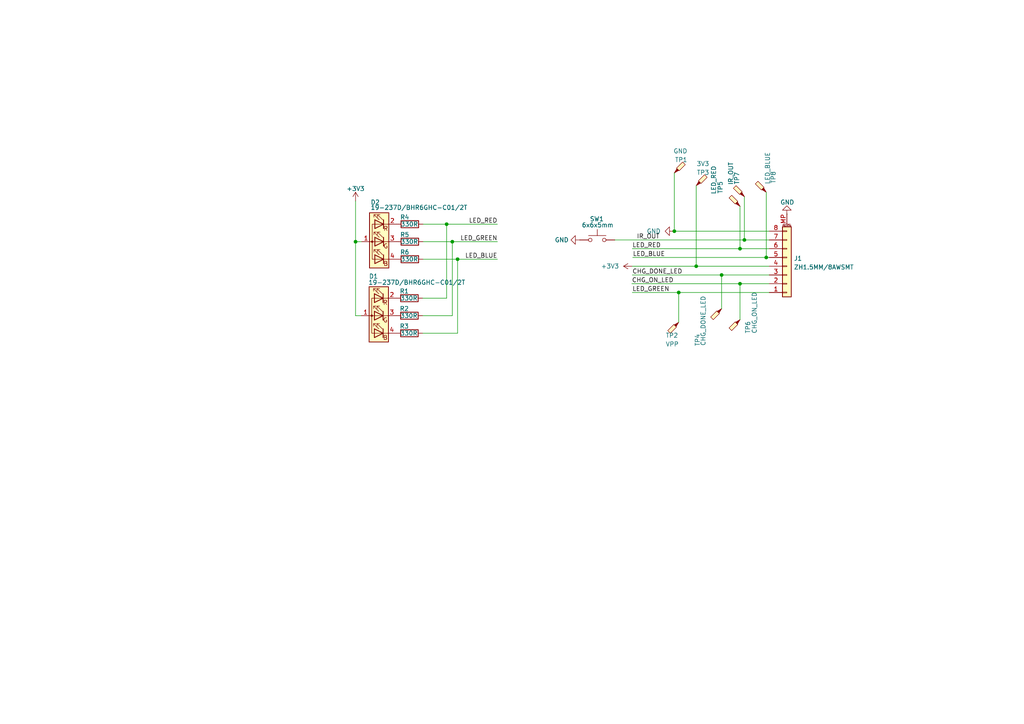
<source format=kicad_sch>
(kicad_sch (version 20230121) (generator eeschema)
  (paper "A4")
  (title_block (title "ECS-01-Switch") (date "2022-09-13") (rev "V0.1") (company "Timye"))
  (lib_symbols
    (symbol "Connector:TestPoint_Probe" (pin_numbers hide) (pin_names (offset 0.762) hide)
      (property "Reference" "TP" (at 1.651 5.842 0))
      (property "Value" "TestPoint_Probe" (at 1.651 4.064 0))
      (symbol "TestPoint_Probe_0_1"
        (polyline (pts (xy 1.27 0.762) (xy 0 0) (xy 0.762 1.27) (xy 1.27 0.762)) (fill (type outline)))
        (polyline (pts (xy 1.397 0.635) (xy 0.635 1.397) (xy 2.413 3.175) (xy 3.175 2.413) (xy 1.397 0.635)) (fill (type background)))
      )
      (symbol "TestPoint_Probe_1_1"
        (pin passive line (at 0 0 90) (length 0) (name "1") (number "1"))
      )
    )
    (symbol "Connector_Generic_MountingPin:Conn_01x08_MountingPin" (pin_names (offset 1.016) hide)
      (property "Reference" "J" (at 0 10.16 0))
      (property "Value" "Conn_01x08_MountingPin" (at 1.27 -12.7 0))
      (symbol "Conn_01x08_MountingPin_1_1"
        (rectangle (start -1.27 -10.033) (end 0 -10.287) (stroke (width 0.1524)))
        (rectangle (start -1.27 -7.493) (end 0 -7.747) (stroke (width 0.1524)))
        (rectangle (start -1.27 -4.953) (end 0 -5.207) (stroke (width 0.1524)))
        (rectangle (start -1.27 -2.413) (end 0 -2.667) (stroke (width 0.1524)))
        (rectangle (start -1.27 0.127) (end 0 -0.127) (stroke (width 0.1524)))
        (rectangle (start -1.27 2.667) (end 0 2.413) (stroke (width 0.1524)))
        (rectangle (start -1.27 5.207) (end 0 4.953) (stroke (width 0.1524)))
        (rectangle (start -1.27 7.747) (end 0 7.493) (stroke (width 0.1524)))
        (rectangle (start -1.27 8.89) (end 1.27 -11.43) (stroke (width 0.254)) (fill (type background)))
        (polyline (pts (xy -1.016 -12.192) (xy 1.016 -12.192)) (stroke (width 0.1524)))
        (text "Mounting" (at 0 -11.811 0) (effects (font (size 0.381 0.381))))
        (pin passive line (at -5.08 7.62 0) (length 3.81) (name "Pin_1") (number "1"))
        (pin passive line (at -5.08 5.08 0) (length 3.81) (name "Pin_2") (number "2"))
        (pin passive line (at -5.08 2.54 0) (length 3.81) (name "Pin_3") (number "3"))
        (pin passive line (at -5.08 0 0) (length 3.81) (name "Pin_4") (number "4"))
        (pin passive line (at -5.08 -2.54 0) (length 3.81) (name "Pin_5") (number "5"))
        (pin passive line (at -5.08 -5.08 0) (length 3.81) (name "Pin_6") (number "6"))
        (pin passive line (at -5.08 -7.62 0) (length 3.81) (name "Pin_7") (number "7"))
        (pin passive line (at -5.08 -10.16 0) (length 3.81) (name "Pin_8") (number "8"))
        (pin passive line (at 0 -15.24 90) (length 3.048) (name "MountPin") (number "MP"))
      )
    )
    (symbol "Device:LED_ARGB" (pin_names (offset 0) hide)
      (property "Reference" "D" (at 0 9.398 0))
      (property "Value" "LED_ARGB" (at 0 -8.89 0))
      (symbol "LED_ARGB_0_0"
        (text "B" (at -1.905 -6.35 0) (effects (font (size 1.27 1.27))))
        (text "G" (at -1.905 -1.27 0) (effects (font (size 1.27 1.27))))
        (text "R" (at -1.905 3.81 0) (effects (font (size 1.27 1.27))))
      )
      (symbol "LED_ARGB_0_1"
        (polyline (pts (xy -1.27 -5.08) (xy -2.54 -5.08)))
        (polyline (pts (xy -1.27 -5.08) (xy 1.27 -5.08)))
        (polyline (pts (xy -1.27 -3.81) (xy -1.27 -6.35)) (stroke (width 0.254)))
        (polyline (pts (xy -1.27 0) (xy -2.54 0)))
        (polyline (pts (xy -1.27 1.27) (xy -1.27 -1.27)) (stroke (width 0.254)))
        (polyline (pts (xy -1.27 5.08) (xy -2.54 5.08)))
        (polyline (pts (xy -1.27 5.08) (xy 1.27 5.08)))
        (polyline (pts (xy -1.27 6.35) (xy -1.27 3.81)) (stroke (width 0.254)))
        (polyline (pts (xy 1.27 0) (xy -1.27 0)))
        (polyline (pts (xy 1.27 0) (xy 2.54 0)))
        (polyline (pts (xy -1.27 1.27) (xy -1.27 -1.27) (xy -1.27 -1.27)))
        (polyline (pts (xy -1.27 6.35) (xy -1.27 3.81) (xy -1.27 3.81)))
        (polyline (pts (xy 1.27 -5.08) (xy 2.032 -5.08) (xy 2.032 5.08) (xy 1.27 5.08)))
        (polyline (pts (xy 1.27 -3.81) (xy 1.27 -6.35) (xy -1.27 -5.08) (xy 1.27 -3.81)) (stroke (width 0.254)))
        (polyline (pts (xy 1.27 1.27) (xy 1.27 -1.27) (xy -1.27 0) (xy 1.27 1.27)) (stroke (width 0.254)))
        (polyline (pts (xy 1.27 6.35) (xy 1.27 3.81) (xy -1.27 5.08) (xy 1.27 6.35)) (stroke (width 0.254)))
        (polyline (pts (xy -1.016 -3.81) (xy 0.508 -2.286) (xy -0.254 -2.286) (xy 0.508 -2.286) (xy 0.508 -3.048)))
        (polyline (pts (xy -1.016 1.27) (xy 0.508 2.794) (xy -0.254 2.794) (xy 0.508 2.794) (xy 0.508 2.032)))
        (polyline (pts (xy -1.016 6.35) (xy 0.508 7.874) (xy -0.254 7.874) (xy 0.508 7.874) (xy 0.508 7.112)))
        (polyline (pts (xy 0 -3.81) (xy 1.524 -2.286) (xy 0.762 -2.286) (xy 1.524 -2.286) (xy 1.524 -3.048)))
        (polyline (pts (xy 0 1.27) (xy 1.524 2.794) (xy 0.762 2.794) (xy 1.524 2.794) (xy 1.524 2.032)))
        (polyline (pts (xy 0 6.35) (xy 1.524 7.874) (xy 0.762 7.874) (xy 1.524 7.874) (xy 1.524 7.112)))
        (rectangle (start 1.27 -1.27) (end 1.27 1.27))
        (rectangle (start 1.27 1.27) (end 1.27 1.27))
        (rectangle (start 1.27 3.81) (end 1.27 6.35))
        (rectangle (start 1.27 6.35) (end 1.27 6.35))
        (circle (center 2.032 0) (radius 0.254) (fill (type outline)))
        (rectangle (start 2.794 8.382) (end -2.794 -7.62) (stroke (width 0.254)) (fill (type background)))
      )
      (symbol "LED_ARGB_1_1"
        (pin passive line (at 5.08 0 180) (length 2.54) (name "A") (number "1"))
        (pin passive line (at -5.08 5.08 0) (length 2.54) (name "RK") (number "2"))
        (pin passive line (at -5.08 0 0) (length 2.54) (name "GK") (number "3"))
        (pin passive line (at -5.08 -5.08 0) (length 2.54) (name "BK") (number "4"))
      )
    )
    (symbol "Device:R" (pin_numbers hide) (pin_names (offset 0))
      (property "Reference" "R" (at 2.032 0 90))
      (property "Value" "R" (at 0 0 90))
      (symbol "R_0_1"
        (rectangle (start -1.016 -2.54) (end 1.016 2.54) (stroke (width 0.254)))
      )
      (symbol "R_1_1"
        (pin passive line (at 0 3.81 270) (length 1.27) (name "~") (number "1"))
        (pin passive line (at 0 -3.81 90) (length 1.27) (name "~") (number "2"))
      )
    )
    (symbol "Switch:SW_Push" (pin_numbers hide) (pin_names (offset 1.016) hide)
      (property "Reference" "SW" (at 1.27 2.54 0))
      (property "Value" "SW_Push" (at 0 -1.524 0))
      (symbol "SW_Push_0_1"
        (circle (center -2.032 0) (radius 0.508))
        (polyline (pts (xy 0 1.27) (xy 0 3.048)))
        (polyline (pts (xy 2.54 1.27) (xy -2.54 1.27)))
        (circle (center 2.032 0) (radius 0.508))
        (pin passive line (at -5.08 0 0) (length 2.54) (name "1") (number "1"))
        (pin passive line (at 5.08 0 180) (length 2.54) (name "2") (number "2"))
      )
    )
    (symbol "power:+3V3" (power) (pin_names (offset 0))
      (property "Value" "+3V3" (at 0 3.556 0))
      (symbol "+3V3_0_1"
        (polyline (pts (xy -0.762 1.27) (xy 0 2.54)))
        (polyline (pts (xy 0 0) (xy 0 2.54)))
        (polyline (pts (xy 0 2.54) (xy 0.762 1.27)))
      )
      (symbol "+3V3_1_1"
        (pin power_in line (at 0 0 90) (length 0) hide (name "+3V3") (number "1"))
      )
    )
    (symbol "power:GND" (power) (pin_names (offset 0))
      (property "Value" "GND" (at 0 -3.81 0))
      (symbol "GND_0_1"
        (polyline (pts (xy 0 0) (xy 0 -1.27) (xy 1.27 -1.27) (xy 0 -2.54) (xy -1.27 -1.27) (xy 0 -1.27)))
      )
      (symbol "GND_1_1"
        (pin power_in line (at 0 0 270) (length 0) hide (name "GND") (number "1"))
      )
    )
  )
  (junction (at 209.296 79.756))
  (junction (at 215.9 69.596))
  (junction (at 195.58 67.056))
  (junction (at 103.124 70.104))
  (junction (at 214.63 72.136))
  (junction (at 196.85 84.836))
  (junction (at 222.25 74.676))
  (junction (at 129.54 65.024))
  (junction (at 132.715 75.184))
  (junction (at 131.191 70.104))
  (junction (at 214.63 82.296))
  (junction (at 201.93 77.216))
  (wire (pts (xy 215.9 69.596) (xy 223.139 69.596)))
  (wire (pts (xy 214.63 72.136) (xy 223.139 72.136)))
  (wire (pts (xy 209.296 89.535) (xy 209.296 79.756)))
  (wire (pts (xy 201.93 77.216) (xy 223.139 77.216)))
  (wire (pts (xy 122.555 91.567) (xy 131.191 91.567)))
  (wire (pts (xy 129.54 86.487) (xy 129.54 65.024)))
  (wire (pts (xy 195.58 50.165) (xy 195.58 67.056)))
  (wire (pts (xy 129.54 65.024) (xy 144.272 65.024)))
  (wire (pts (xy 178.308 69.596) (xy 215.9 69.596)))
  (wire (pts (xy 195.58 67.056) (xy 195.453 67.056)))
  (wire (pts (xy 228.219 62.23) (xy 228.219 61.976)))
  (wire (pts (xy 122.682 65.024) (xy 129.54 65.024)))
  (wire (pts (xy 183.388 84.836) (xy 196.85 84.836)))
  (wire (pts (xy 223.139 74.676) (xy 222.25 74.676)))
  (wire (pts (xy 183.388 77.216) (xy 201.93 77.216)))
  (wire (pts (xy 103.124 91.567) (xy 104.775 91.567)))
  (wire (pts (xy 183.515 74.676) (xy 222.25 74.676)))
  (wire (pts (xy 222.25 55.753) (xy 222.25 74.676)))
  (wire (pts (xy 103.124 58.293) (xy 103.124 70.104)))
  (wire (pts (xy 215.9 57.023) (xy 215.9 69.596)))
  (wire (pts (xy 196.85 84.836) (xy 223.139 84.836)))
  (wire (pts (xy 223.139 67.056) (xy 195.58 67.056)))
  (wire (pts (xy 214.63 92.71) (xy 214.63 82.296)))
  (wire (pts (xy 122.555 86.487) (xy 129.54 86.487)))
  (wire (pts (xy 132.715 96.647) (xy 132.715 75.184)))
  (wire (pts (xy 196.85 93.472) (xy 196.85 84.836)))
  (wire (pts (xy 132.715 75.184) (xy 144.272 75.184)))
  (wire (pts (xy 122.682 75.184) (xy 132.715 75.184)))
  (wire (pts (xy 103.124 70.104) (xy 103.124 91.567)))
  (wire (pts (xy 122.682 70.104) (xy 131.191 70.104)))
  (wire (pts (xy 183.388 79.756) (xy 209.296 79.756)))
  (wire (pts (xy 131.191 70.104) (xy 131.191 91.567)))
  (wire (pts (xy 183.261 82.296) (xy 214.63 82.296)))
  (wire (pts (xy 214.63 82.296) (xy 223.139 82.296)))
  (wire (pts (xy 103.124 70.104) (xy 104.902 70.104)))
  (wire (pts (xy 201.93 53.848) (xy 201.93 77.216)))
  (wire (pts (xy 214.63 59.817) (xy 214.63 72.136)))
  (wire (pts (xy 131.191 70.104) (xy 144.272 70.104)))
  (wire (pts (xy 122.555 96.647) (xy 132.715 96.647)))
  (wire (pts (xy 183.388 72.136) (xy 214.63 72.136)))
  (wire (pts (xy 209.296 79.756) (xy 223.139 79.756)))
  (label "LED_BLUE" (at 144.272 75.184 180))
  (label "IR_OUT" (at 184.658 69.596 0))
  (label "LED_BLUE" (at 183.515 74.676 0))
  (label "LED_GREEN" (at 183.388 84.836 0))
  (label "CHG_DONE_LED" (at 183.388 79.756 0))
  (label "CHG_ON_LED" (at 183.261 82.296 0))
  (label "LED_RED" (at 183.388 72.136 0))
  (label "LED_GREEN" (at 144.272 70.104 180))
  (label "LED_RED" (at 144.272 65.024 180))
  (symbol (lib_id "Connector:TestPoint_Probe") (at 214.63 59.817 90) (unit 1)
    (property "Reference" "TP5" (at 208.915 54.356 0))
    (property "Value" "LED_RED" (at 207.01 52.197 0))
    (property "Footprint" "TestPoint:TestPoint_Pad_D1.0mm" (effects hide))
  )
  (symbol (lib_id "Connector:TestPoint_Probe") (at 195.58 50.165 0) (unit 1)
    (property "Reference" "TP1" (at 199.39 46.355 0) (effects (justify right)))
    (property "Value" "GND" (at 199.39 43.815 0) (effects (justify right)))
    (property "Footprint" "TestPoint:TestPoint_Pad_D1.0mm" (effects hide))
  )
  (symbol (lib_id "Connector:TestPoint_Probe") (at 215.9 57.023 90) (unit 1)
    (property "Reference" "TP7" (at 213.741 51.689 0))
    (property "Value" "IR_OUT" (at 211.963 50.292 0))
    (property "Footprint" "TestPoint:TestPoint_Pad_D1.0mm" (effects hide))
  )
  (symbol (lib_id "Connector:TestPoint_Probe") (at 214.63 92.71 180) (unit 1)
    (property "Reference" "TP6" (at 216.916 96.774 90) (effects (justify right)))
    (property "Value" "CHG_ON_LED" (at 218.821 96.774 90) (effects (justify right)))
    (property "Footprint" "TestPoint:TestPoint_Pad_D1.0mm" (effects hide))
  )
  (symbol (lib_id "Device:R") (at 118.872 70.104 270) (unit 1)
    (property "Reference" "R5" (at 118.745 68.072 90) (effects (justify right)))
    (property "Value" "330R" (at 121.285 70.104 90) (effects (justify right)))
    (property "Footprint" "Resistor_SMD:R_0603_1608Metric" (effects hide))
  )
  (symbol (lib_id "power:GND") (at 168.148 69.596 270) (unit 1)
    (property "Reference" "#PWR03" (effects hide))
    (property "Value" "GND" (at 164.973 69.5959 90) (effects (justify right)))
  )
  (symbol (lib_id "power:GND") (at 228.219 62.23 180) (unit 1)
    (property "Reference" "#PWR07" (effects hide))
    (property "Value" "GND" (at 228.346 58.674 0))
  )
  (symbol (lib_id "Connector:TestPoint_Probe") (at 209.296 89.535 180) (unit 1)
    (property "Reference" "TP4" (at 202.311 100.457 90) (effects (justify right)))
    (property "Value" "CHG_DONE_LED" (at 203.962 100.33 90) (effects (justify right)))
    (property "Footprint" "TestPoint:TestPoint_Pad_D1.0mm" (effects hide))
  )
  (symbol (lib_id "Connector_Generic_MountingPin:Conn_01x08_MountingPin") (at 228.219 77.216 0) (mirror x) (unit 1)
    (property "Reference" "J1" (at 230.251 74.9554 0) (effects (justify left)))
    (property "Value" "ZH1.5MM/8AWSMT" (at 230.251 77.4954 0) (effects (justify left)))
    (property "Footprint" "Ovo_Connector_JST:JST_ZH_S8B-ZR-SM4-TF_1x08-1MP_P1.50mm_Horizontal" (effects hide))
  )
  (symbol (lib_id "Device:LED_ARGB") (at 109.855 91.567 0) (mirror y) (unit 1)
    (property "Reference" "D1" (at 108.331 80.137 0))
    (property "Value" "19-237D/BHR6GHC-C01/2T" (at 120.904 81.915 0))
    (property "Footprint" "Ovo_LED_SMD:LED_Everlight_ARGB_1.6x1.6mm" (effects hide))
  )
  (symbol (lib_id "Device:R") (at 118.872 75.184 270) (unit 1)
    (property "Reference" "R6" (at 118.745 73.152 90) (effects (justify right)))
    (property "Value" "330R" (at 121.285 75.184 90) (effects (justify right)))
    (property "Footprint" "Resistor_SMD:R_0603_1608Metric" (effects hide))
  )
  (symbol (lib_id "power:+3V3") (at 183.388 77.216 90) (unit 1)
    (property "Reference" "#PWR04" (effects hide))
    (property "Value" "+3V3" (at 179.578 77.2159 90) (effects (justify left)))
  )
  (symbol (lib_id "Switch:SW_Push") (at 173.228 69.596 0) (unit 1)
    (property "Reference" "SW1" (at 173.101 63.5 0))
    (property "Value" "6x6x5mm" (at 173.355 65.278 0))
    (property "Footprint" "Ovo_Button_Switch_SMD:SW_Push_1P1T_NO_6x6mm_H5.0mm" (effects hide))
  )
  (symbol (lib_id "power:GND") (at 195.453 67.056 270) (unit 1)
    (property "Reference" "#PWR06" (effects hide))
    (property "Value" "GND" (at 191.643 67.0559 90) (effects (justify right)))
  )
  (symbol (lib_id "Device:R") (at 118.745 96.647 270) (unit 1)
    (property "Reference" "R3" (at 118.618 94.615 90) (effects (justify right)))
    (property "Value" "330R" (at 121.158 96.647 90) (effects (justify right)))
    (property "Footprint" "Resistor_SMD:R_0603_1608Metric" (effects hide))
  )
  (symbol (lib_id "Device:R") (at 118.872 65.024 270) (unit 1)
    (property "Reference" "R4" (at 118.745 62.992 90) (effects (justify right)))
    (property "Value" "330R" (at 121.285 65.024 90) (effects (justify right)))
    (property "Footprint" "Resistor_SMD:R_0603_1608Metric" (effects hide))
  )
  (symbol (lib_id "Connector:TestPoint_Probe") (at 222.25 55.753 90) (unit 1)
    (property "Reference" "TP8" (at 224.282 51.435 0))
    (property "Value" "LED_BLUE" (at 222.631 48.768 0))
    (property "Footprint" "TestPoint:TestPoint_Pad_D1.0mm" (effects hide))
  )
  (symbol (lib_id "Device:R") (at 118.745 86.487 270) (unit 1)
    (property "Reference" "R1" (at 118.618 84.455 90) (effects (justify right)))
    (property "Value" "330R" (at 121.158 86.487 90) (effects (justify right)))
    (property "Footprint" "Resistor_SMD:R_0603_1608Metric" (effects hide))
  )
  (symbol (lib_id "Device:LED_ARGB") (at 109.982 70.104 0) (mirror y) (unit 1)
    (property "Reference" "D2" (at 108.839 58.674 0))
    (property "Value" "19-237D/BHR6GHC-C01/2T" (at 121.539 60.198 0))
    (property "Footprint" "Ovo_LED_SMD:LED_Everlight_ARGB_1.6x1.6mm" (effects hide))
  )
  (symbol (lib_id "Connector:TestPoint_Probe") (at 201.93 53.848 0) (unit 1)
    (property "Reference" "TP3" (at 205.74 50.038 0) (effects (justify right)))
    (property "Value" "3V3" (at 205.74 47.498 0) (effects (justify right)))
    (property "Footprint" "TestPoint:TestPoint_Pad_D1.0mm" (effects hide))
  )
  (symbol (lib_id "Connector:TestPoint_Probe") (at 196.85 93.472 180) (unit 1)
    (property "Reference" "TP2" (at 193.04 97.282 0) (effects (justify right)))
    (property "Value" "VPP" (at 193.04 99.822 0) (effects (justify right)))
    (property "Footprint" "TestPoint:TestPoint_Pad_D1.0mm" (effects hide))
  )
  (symbol (lib_id "Device:R") (at 118.745 91.567 270) (unit 1)
    (property "Reference" "R2" (at 118.618 89.535 90) (effects (justify right)))
    (property "Value" "330R" (at 121.158 91.567 90) (effects (justify right)))
    (property "Footprint" "Resistor_SMD:R_0603_1608Metric" (effects hide))
  )
  (symbol (lib_id "power:+3V3") (at 103.124 58.293 0) (unit 1)
    (property "Reference" "#PWR08" (effects hide))
    (property "Value" "+3V3" (at 103.124 54.737 0))
  )
)
</source>
